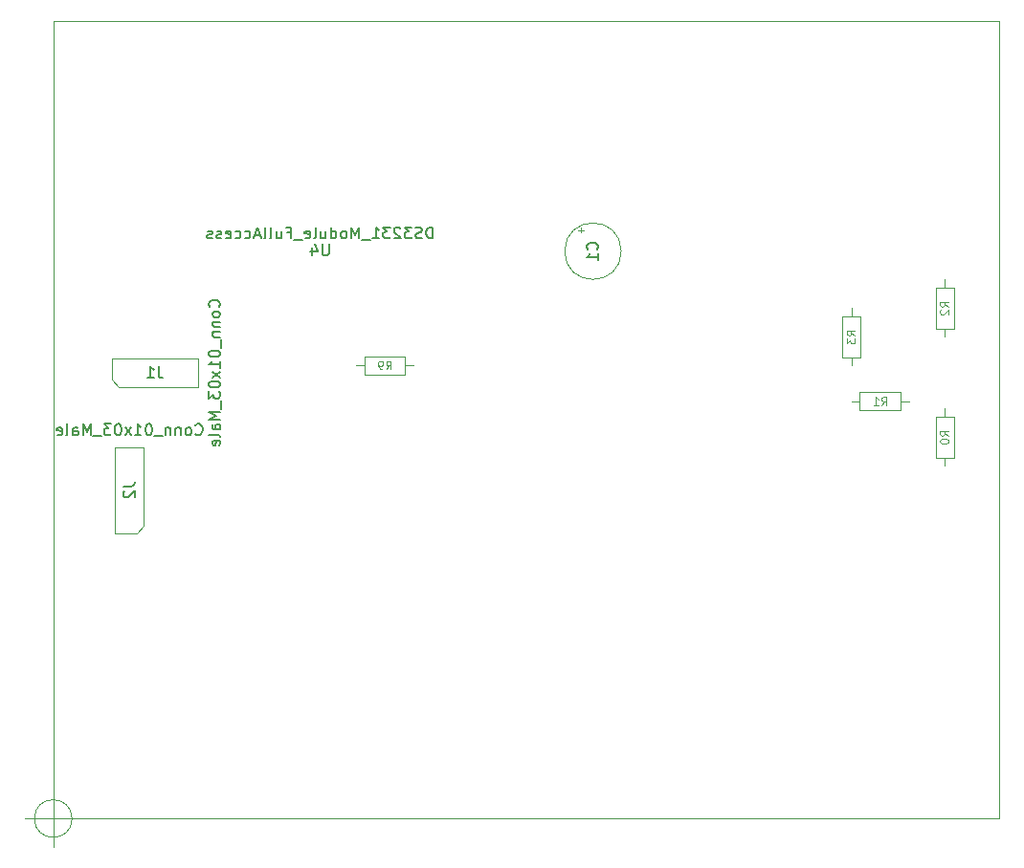
<source format=gbr>
%TF.GenerationSoftware,KiCad,Pcbnew,(6.0.4)*%
%TF.CreationDate,2023-07-18T11:50:37+07:00*%
%TF.ProjectId,05-Prototype-UpdatedComponents,30352d50-726f-4746-9f74-7970652d5570,rev?*%
%TF.SameCoordinates,PX82af528PY8a31af8*%
%TF.FileFunction,AssemblyDrawing,Bot*%
%FSLAX46Y46*%
G04 Gerber Fmt 4.6, Leading zero omitted, Abs format (unit mm)*
G04 Created by KiCad (PCBNEW (6.0.4)) date 2023-07-18 11:50:37*
%MOMM*%
%LPD*%
G01*
G04 APERTURE LIST*
%TA.AperFunction,Profile*%
%ADD10C,0.100000*%
%TD*%
%ADD11C,0.150000*%
%ADD12C,0.108000*%
%ADD13C,0.100000*%
G04 APERTURE END LIST*
D10*
X1666666Y0D02*
G75*
G03*
X1666666Y0I-1666666J0D01*
G01*
X-2500000Y0D02*
X2500000Y0D01*
X0Y2500000D02*
X0Y-2500000D01*
X0Y0D02*
X83693000Y0D01*
X83693000Y0D02*
X83693000Y70612000D01*
X83693000Y70612000D02*
X0Y70612000D01*
X0Y70612000D02*
X0Y0D01*
D11*
%TO.C,J2*%
X12589333Y34050858D02*
X12636952Y34003239D01*
X12779809Y33955620D01*
X12875047Y33955620D01*
X13017904Y34003239D01*
X13113142Y34098477D01*
X13160761Y34193715D01*
X13208380Y34384191D01*
X13208380Y34527048D01*
X13160761Y34717524D01*
X13113142Y34812762D01*
X13017904Y34908000D01*
X12875047Y34955620D01*
X12779809Y34955620D01*
X12636952Y34908000D01*
X12589333Y34860381D01*
X12017904Y33955620D02*
X12113142Y34003239D01*
X12160761Y34050858D01*
X12208380Y34146096D01*
X12208380Y34431810D01*
X12160761Y34527048D01*
X12113142Y34574667D01*
X12017904Y34622286D01*
X11875047Y34622286D01*
X11779809Y34574667D01*
X11732190Y34527048D01*
X11684571Y34431810D01*
X11684571Y34146096D01*
X11732190Y34050858D01*
X11779809Y34003239D01*
X11875047Y33955620D01*
X12017904Y33955620D01*
X11256000Y34622286D02*
X11256000Y33955620D01*
X11256000Y34527048D02*
X11208380Y34574667D01*
X11113142Y34622286D01*
X10970285Y34622286D01*
X10875047Y34574667D01*
X10827428Y34479429D01*
X10827428Y33955620D01*
X10351238Y34622286D02*
X10351238Y33955620D01*
X10351238Y34527048D02*
X10303619Y34574667D01*
X10208380Y34622286D01*
X10065523Y34622286D01*
X9970285Y34574667D01*
X9922666Y34479429D01*
X9922666Y33955620D01*
X9684571Y33860381D02*
X8922666Y33860381D01*
X8494095Y34955620D02*
X8398857Y34955620D01*
X8303619Y34908000D01*
X8256000Y34860381D01*
X8208380Y34765143D01*
X8160761Y34574667D01*
X8160761Y34336572D01*
X8208380Y34146096D01*
X8256000Y34050858D01*
X8303619Y34003239D01*
X8398857Y33955620D01*
X8494095Y33955620D01*
X8589333Y34003239D01*
X8636952Y34050858D01*
X8684571Y34146096D01*
X8732190Y34336572D01*
X8732190Y34574667D01*
X8684571Y34765143D01*
X8636952Y34860381D01*
X8589333Y34908000D01*
X8494095Y34955620D01*
X7208380Y33955620D02*
X7779809Y33955620D01*
X7494095Y33955620D02*
X7494095Y34955620D01*
X7589333Y34812762D01*
X7684571Y34717524D01*
X7779809Y34669905D01*
X6875047Y33955620D02*
X6351238Y34622286D01*
X6875047Y34622286D02*
X6351238Y33955620D01*
X5779809Y34955620D02*
X5684571Y34955620D01*
X5589333Y34908000D01*
X5541714Y34860381D01*
X5494095Y34765143D01*
X5446476Y34574667D01*
X5446476Y34336572D01*
X5494095Y34146096D01*
X5541714Y34050858D01*
X5589333Y34003239D01*
X5684571Y33955620D01*
X5779809Y33955620D01*
X5875047Y34003239D01*
X5922666Y34050858D01*
X5970285Y34146096D01*
X6017904Y34336572D01*
X6017904Y34574667D01*
X5970285Y34765143D01*
X5922666Y34860381D01*
X5875047Y34908000D01*
X5779809Y34955620D01*
X5113142Y34955620D02*
X4494095Y34955620D01*
X4827428Y34574667D01*
X4684571Y34574667D01*
X4589333Y34527048D01*
X4541714Y34479429D01*
X4494095Y34384191D01*
X4494095Y34146096D01*
X4541714Y34050858D01*
X4589333Y34003239D01*
X4684571Y33955620D01*
X4970285Y33955620D01*
X5065523Y34003239D01*
X5113142Y34050858D01*
X4303619Y33860381D02*
X3541714Y33860381D01*
X3303619Y33955620D02*
X3303619Y34955620D01*
X2970285Y34241334D01*
X2636952Y34955620D01*
X2636952Y33955620D01*
X1732190Y33955620D02*
X1732190Y34479429D01*
X1779809Y34574667D01*
X1875047Y34622286D01*
X2065523Y34622286D01*
X2160761Y34574667D01*
X1732190Y34003239D02*
X1827428Y33955620D01*
X2065523Y33955620D01*
X2160761Y34003239D01*
X2208380Y34098477D01*
X2208380Y34193715D01*
X2160761Y34288953D01*
X2065523Y34336572D01*
X1827428Y34336572D01*
X1732190Y34384191D01*
X1113142Y33955620D02*
X1208380Y34003239D01*
X1256000Y34098477D01*
X1256000Y34955620D01*
X351238Y34003239D02*
X446476Y33955620D01*
X636952Y33955620D01*
X732190Y34003239D01*
X779809Y34098477D01*
X779809Y34479429D01*
X732190Y34574667D01*
X636952Y34622286D01*
X446476Y34622286D01*
X351238Y34574667D01*
X303619Y34479429D01*
X303619Y34384191D01*
X779809Y34288953D01*
X6208380Y29431334D02*
X6922666Y29431334D01*
X7065523Y29478953D01*
X7160761Y29574191D01*
X7208380Y29717048D01*
X7208380Y29812286D01*
X6303619Y29002762D02*
X6256000Y28955143D01*
X6208380Y28859905D01*
X6208380Y28621810D01*
X6256000Y28526572D01*
X6303619Y28478953D01*
X6398857Y28431334D01*
X6494095Y28431334D01*
X6636952Y28478953D01*
X7208380Y29050381D01*
X7208380Y28431334D01*
%TO.C,J1*%
X14659142Y45315334D02*
X14706761Y45362953D01*
X14754380Y45505810D01*
X14754380Y45601048D01*
X14706761Y45743905D01*
X14611523Y45839143D01*
X14516285Y45886762D01*
X14325809Y45934381D01*
X14182952Y45934381D01*
X13992476Y45886762D01*
X13897238Y45839143D01*
X13802000Y45743905D01*
X13754380Y45601048D01*
X13754380Y45505810D01*
X13802000Y45362953D01*
X13849619Y45315334D01*
X14754380Y44743905D02*
X14706761Y44839143D01*
X14659142Y44886762D01*
X14563904Y44934381D01*
X14278190Y44934381D01*
X14182952Y44886762D01*
X14135333Y44839143D01*
X14087714Y44743905D01*
X14087714Y44601048D01*
X14135333Y44505810D01*
X14182952Y44458191D01*
X14278190Y44410572D01*
X14563904Y44410572D01*
X14659142Y44458191D01*
X14706761Y44505810D01*
X14754380Y44601048D01*
X14754380Y44743905D01*
X14087714Y43982000D02*
X14754380Y43982000D01*
X14182952Y43982000D02*
X14135333Y43934381D01*
X14087714Y43839143D01*
X14087714Y43696286D01*
X14135333Y43601048D01*
X14230571Y43553429D01*
X14754380Y43553429D01*
X14087714Y43077239D02*
X14754380Y43077239D01*
X14182952Y43077239D02*
X14135333Y43029620D01*
X14087714Y42934381D01*
X14087714Y42791524D01*
X14135333Y42696286D01*
X14230571Y42648667D01*
X14754380Y42648667D01*
X14849619Y42410572D02*
X14849619Y41648667D01*
X13754380Y41220096D02*
X13754380Y41124858D01*
X13802000Y41029620D01*
X13849619Y40982000D01*
X13944857Y40934381D01*
X14135333Y40886762D01*
X14373428Y40886762D01*
X14563904Y40934381D01*
X14659142Y40982000D01*
X14706761Y41029620D01*
X14754380Y41124858D01*
X14754380Y41220096D01*
X14706761Y41315334D01*
X14659142Y41362953D01*
X14563904Y41410572D01*
X14373428Y41458191D01*
X14135333Y41458191D01*
X13944857Y41410572D01*
X13849619Y41362953D01*
X13802000Y41315334D01*
X13754380Y41220096D01*
X14754380Y39934381D02*
X14754380Y40505810D01*
X14754380Y40220096D02*
X13754380Y40220096D01*
X13897238Y40315334D01*
X13992476Y40410572D01*
X14040095Y40505810D01*
X14754380Y39601048D02*
X14087714Y39077239D01*
X14087714Y39601048D02*
X14754380Y39077239D01*
X13754380Y38505810D02*
X13754380Y38410572D01*
X13802000Y38315334D01*
X13849619Y38267715D01*
X13944857Y38220096D01*
X14135333Y38172477D01*
X14373428Y38172477D01*
X14563904Y38220096D01*
X14659142Y38267715D01*
X14706761Y38315334D01*
X14754380Y38410572D01*
X14754380Y38505810D01*
X14706761Y38601048D01*
X14659142Y38648667D01*
X14563904Y38696286D01*
X14373428Y38743905D01*
X14135333Y38743905D01*
X13944857Y38696286D01*
X13849619Y38648667D01*
X13802000Y38601048D01*
X13754380Y38505810D01*
X13754380Y37839143D02*
X13754380Y37220096D01*
X14135333Y37553429D01*
X14135333Y37410572D01*
X14182952Y37315334D01*
X14230571Y37267715D01*
X14325809Y37220096D01*
X14563904Y37220096D01*
X14659142Y37267715D01*
X14706761Y37315334D01*
X14754380Y37410572D01*
X14754380Y37696286D01*
X14706761Y37791524D01*
X14659142Y37839143D01*
X14849619Y37029620D02*
X14849619Y36267715D01*
X14754380Y36029620D02*
X13754380Y36029620D01*
X14468666Y35696286D01*
X13754380Y35362953D01*
X14754380Y35362953D01*
X14754380Y34458191D02*
X14230571Y34458191D01*
X14135333Y34505810D01*
X14087714Y34601048D01*
X14087714Y34791524D01*
X14135333Y34886762D01*
X14706761Y34458191D02*
X14754380Y34553429D01*
X14754380Y34791524D01*
X14706761Y34886762D01*
X14611523Y34934381D01*
X14516285Y34934381D01*
X14421047Y34886762D01*
X14373428Y34791524D01*
X14373428Y34553429D01*
X14325809Y34458191D01*
X14754380Y33839143D02*
X14706761Y33934381D01*
X14611523Y33982000D01*
X13754380Y33982000D01*
X14706761Y33077239D02*
X14754380Y33172477D01*
X14754380Y33362953D01*
X14706761Y33458191D01*
X14611523Y33505810D01*
X14230571Y33505810D01*
X14135333Y33458191D01*
X14087714Y33362953D01*
X14087714Y33172477D01*
X14135333Y33077239D01*
X14230571Y33029620D01*
X14325809Y33029620D01*
X14421047Y33505810D01*
X9325333Y40029620D02*
X9325333Y39315334D01*
X9372952Y39172477D01*
X9468190Y39077239D01*
X9611047Y39029620D01*
X9706285Y39029620D01*
X8325333Y39029620D02*
X8896761Y39029620D01*
X8611047Y39029620D02*
X8611047Y40029620D01*
X8706285Y39886762D01*
X8801523Y39791524D01*
X8896761Y39743905D01*
%TO.C,U4*%
X33574380Y51379620D02*
X33574380Y52379620D01*
X33336285Y52379620D01*
X33193428Y52332000D01*
X33098190Y52236762D01*
X33050571Y52141524D01*
X33002952Y51951048D01*
X33002952Y51808191D01*
X33050571Y51617715D01*
X33098190Y51522477D01*
X33193428Y51427239D01*
X33336285Y51379620D01*
X33574380Y51379620D01*
X32622000Y51427239D02*
X32479142Y51379620D01*
X32241047Y51379620D01*
X32145809Y51427239D01*
X32098190Y51474858D01*
X32050571Y51570096D01*
X32050571Y51665334D01*
X32098190Y51760572D01*
X32145809Y51808191D01*
X32241047Y51855810D01*
X32431523Y51903429D01*
X32526761Y51951048D01*
X32574380Y51998667D01*
X32622000Y52093905D01*
X32622000Y52189143D01*
X32574380Y52284381D01*
X32526761Y52332000D01*
X32431523Y52379620D01*
X32193428Y52379620D01*
X32050571Y52332000D01*
X31717238Y52379620D02*
X31098190Y52379620D01*
X31431523Y51998667D01*
X31288666Y51998667D01*
X31193428Y51951048D01*
X31145809Y51903429D01*
X31098190Y51808191D01*
X31098190Y51570096D01*
X31145809Y51474858D01*
X31193428Y51427239D01*
X31288666Y51379620D01*
X31574380Y51379620D01*
X31669619Y51427239D01*
X31717238Y51474858D01*
X30717238Y52284381D02*
X30669619Y52332000D01*
X30574380Y52379620D01*
X30336285Y52379620D01*
X30241047Y52332000D01*
X30193428Y52284381D01*
X30145809Y52189143D01*
X30145809Y52093905D01*
X30193428Y51951048D01*
X30764857Y51379620D01*
X30145809Y51379620D01*
X29812476Y52379620D02*
X29193428Y52379620D01*
X29526761Y51998667D01*
X29383904Y51998667D01*
X29288666Y51951048D01*
X29241047Y51903429D01*
X29193428Y51808191D01*
X29193428Y51570096D01*
X29241047Y51474858D01*
X29288666Y51427239D01*
X29383904Y51379620D01*
X29669619Y51379620D01*
X29764857Y51427239D01*
X29812476Y51474858D01*
X28241047Y51379620D02*
X28812476Y51379620D01*
X28526761Y51379620D02*
X28526761Y52379620D01*
X28622000Y52236762D01*
X28717238Y52141524D01*
X28812476Y52093905D01*
X28050571Y51284381D02*
X27288666Y51284381D01*
X27050571Y51379620D02*
X27050571Y52379620D01*
X26717238Y51665334D01*
X26383904Y52379620D01*
X26383904Y51379620D01*
X25764857Y51379620D02*
X25860095Y51427239D01*
X25907714Y51474858D01*
X25955333Y51570096D01*
X25955333Y51855810D01*
X25907714Y51951048D01*
X25860095Y51998667D01*
X25764857Y52046286D01*
X25622000Y52046286D01*
X25526761Y51998667D01*
X25479142Y51951048D01*
X25431523Y51855810D01*
X25431523Y51570096D01*
X25479142Y51474858D01*
X25526761Y51427239D01*
X25622000Y51379620D01*
X25764857Y51379620D01*
X24574380Y51379620D02*
X24574380Y52379620D01*
X24574380Y51427239D02*
X24669619Y51379620D01*
X24860095Y51379620D01*
X24955333Y51427239D01*
X25002952Y51474858D01*
X25050571Y51570096D01*
X25050571Y51855810D01*
X25002952Y51951048D01*
X24955333Y51998667D01*
X24860095Y52046286D01*
X24669619Y52046286D01*
X24574380Y51998667D01*
X23669619Y52046286D02*
X23669619Y51379620D01*
X24098190Y52046286D02*
X24098190Y51522477D01*
X24050571Y51427239D01*
X23955333Y51379620D01*
X23812476Y51379620D01*
X23717238Y51427239D01*
X23669619Y51474858D01*
X23050571Y51379620D02*
X23145809Y51427239D01*
X23193428Y51522477D01*
X23193428Y52379620D01*
X22288666Y51427239D02*
X22383904Y51379620D01*
X22574380Y51379620D01*
X22669619Y51427239D01*
X22717238Y51522477D01*
X22717238Y51903429D01*
X22669619Y51998667D01*
X22574380Y52046286D01*
X22383904Y52046286D01*
X22288666Y51998667D01*
X22241047Y51903429D01*
X22241047Y51808191D01*
X22717238Y51712953D01*
X22050571Y51284381D02*
X21288666Y51284381D01*
X20717238Y51903429D02*
X21050571Y51903429D01*
X21050571Y51379620D02*
X21050571Y52379620D01*
X20574380Y52379620D01*
X19764857Y52046286D02*
X19764857Y51379620D01*
X20193428Y52046286D02*
X20193428Y51522477D01*
X20145809Y51427239D01*
X20050571Y51379620D01*
X19907714Y51379620D01*
X19812476Y51427239D01*
X19764857Y51474858D01*
X19145809Y51379620D02*
X19241047Y51427239D01*
X19288666Y51522477D01*
X19288666Y52379620D01*
X18622000Y51379620D02*
X18717238Y51427239D01*
X18764857Y51522477D01*
X18764857Y52379620D01*
X18288666Y51665334D02*
X17812476Y51665334D01*
X18383904Y51379620D02*
X18050571Y52379620D01*
X17717238Y51379620D01*
X16955333Y51427239D02*
X17050571Y51379620D01*
X17241047Y51379620D01*
X17336285Y51427239D01*
X17383904Y51474858D01*
X17431523Y51570096D01*
X17431523Y51855810D01*
X17383904Y51951048D01*
X17336285Y51998667D01*
X17241047Y52046286D01*
X17050571Y52046286D01*
X16955333Y51998667D01*
X16098190Y51427239D02*
X16193428Y51379620D01*
X16383904Y51379620D01*
X16479142Y51427239D01*
X16526761Y51474858D01*
X16574380Y51570096D01*
X16574380Y51855810D01*
X16526761Y51951048D01*
X16479142Y51998667D01*
X16383904Y52046286D01*
X16193428Y52046286D01*
X16098190Y51998667D01*
X15288666Y51427239D02*
X15383904Y51379620D01*
X15574380Y51379620D01*
X15669619Y51427239D01*
X15717238Y51522477D01*
X15717238Y51903429D01*
X15669619Y51998667D01*
X15574380Y52046286D01*
X15383904Y52046286D01*
X15288666Y51998667D01*
X15241047Y51903429D01*
X15241047Y51808191D01*
X15717238Y51712953D01*
X14860095Y51427239D02*
X14764857Y51379620D01*
X14574380Y51379620D01*
X14479142Y51427239D01*
X14431523Y51522477D01*
X14431523Y51570096D01*
X14479142Y51665334D01*
X14574380Y51712953D01*
X14717238Y51712953D01*
X14812476Y51760572D01*
X14860095Y51855810D01*
X14860095Y51903429D01*
X14812476Y51998667D01*
X14717238Y52046286D01*
X14574380Y52046286D01*
X14479142Y51998667D01*
X14050571Y51427239D02*
X13955333Y51379620D01*
X13764857Y51379620D01*
X13669619Y51427239D01*
X13622000Y51522477D01*
X13622000Y51570096D01*
X13669619Y51665334D01*
X13764857Y51712953D01*
X13907714Y51712953D01*
X14002952Y51760572D01*
X14050571Y51855810D01*
X14050571Y51903429D01*
X14002952Y51998667D01*
X13907714Y52046286D01*
X13764857Y52046286D01*
X13669619Y51998667D01*
X24383904Y50879620D02*
X24383904Y50070096D01*
X24336285Y49974858D01*
X24288666Y49927239D01*
X24193428Y49879620D01*
X24002952Y49879620D01*
X23907714Y49927239D01*
X23860095Y49974858D01*
X23812476Y50070096D01*
X23812476Y50879620D01*
X22907714Y50546286D02*
X22907714Y49879620D01*
X23145809Y50927239D02*
X23383904Y50212953D01*
X22764857Y50212953D01*
%TO.C,C1*%
X48109142Y50413779D02*
X48156761Y50461398D01*
X48204380Y50604255D01*
X48204380Y50699493D01*
X48156761Y50842351D01*
X48061523Y50937589D01*
X47966285Y50985208D01*
X47775809Y51032827D01*
X47632952Y51032827D01*
X47442476Y50985208D01*
X47347238Y50937589D01*
X47252000Y50842351D01*
X47204380Y50699493D01*
X47204380Y50604255D01*
X47252000Y50461398D01*
X47299619Y50413779D01*
X48204380Y49461398D02*
X48204380Y50032827D01*
X48204380Y49747112D02*
X47204380Y49747112D01*
X47347238Y49842351D01*
X47442476Y49937589D01*
X47490095Y50032827D01*
D12*
%TO.C,R3*%
X70937714Y42792000D02*
X70594857Y43032000D01*
X70937714Y43203429D02*
X70217714Y43203429D01*
X70217714Y42929143D01*
X70252000Y42860572D01*
X70286285Y42826286D01*
X70354857Y42792000D01*
X70457714Y42792000D01*
X70526285Y42826286D01*
X70560571Y42860572D01*
X70594857Y42929143D01*
X70594857Y43203429D01*
X70217714Y42552000D02*
X70217714Y42106286D01*
X70492000Y42346286D01*
X70492000Y42243429D01*
X70526285Y42174858D01*
X70560571Y42140572D01*
X70629142Y42106286D01*
X70800571Y42106286D01*
X70869142Y42140572D01*
X70903428Y42174858D01*
X70937714Y42243429D01*
X70937714Y42449143D01*
X70903428Y42517715D01*
X70869142Y42552000D01*
%TO.C,R1*%
X73272000Y36631286D02*
X73512000Y36974143D01*
X73683428Y36631286D02*
X73683428Y37351286D01*
X73409142Y37351286D01*
X73340571Y37317000D01*
X73306285Y37282715D01*
X73272000Y37214143D01*
X73272000Y37111286D01*
X73306285Y37042715D01*
X73340571Y37008429D01*
X73409142Y36974143D01*
X73683428Y36974143D01*
X72586285Y36631286D02*
X72997714Y36631286D01*
X72792000Y36631286D02*
X72792000Y37351286D01*
X72860571Y37248429D01*
X72929142Y37179858D01*
X72997714Y37145572D01*
%TO.C,R9*%
X29457000Y39806286D02*
X29697000Y40149143D01*
X29868428Y39806286D02*
X29868428Y40526286D01*
X29594142Y40526286D01*
X29525571Y40492000D01*
X29491285Y40457715D01*
X29457000Y40389143D01*
X29457000Y40286286D01*
X29491285Y40217715D01*
X29525571Y40183429D01*
X29594142Y40149143D01*
X29868428Y40149143D01*
X29114142Y39806286D02*
X28977000Y39806286D01*
X28908428Y39840572D01*
X28874142Y39874858D01*
X28805571Y39977715D01*
X28771285Y40114858D01*
X28771285Y40389143D01*
X28805571Y40457715D01*
X28839857Y40492000D01*
X28908428Y40526286D01*
X29045571Y40526286D01*
X29114142Y40492000D01*
X29148428Y40457715D01*
X29182714Y40389143D01*
X29182714Y40217715D01*
X29148428Y40149143D01*
X29114142Y40114858D01*
X29045571Y40080572D01*
X28908428Y40080572D01*
X28839857Y40114858D01*
X28805571Y40149143D01*
X28771285Y40217715D01*
%TO.C,R0*%
X79192714Y33902000D02*
X78849857Y34142000D01*
X79192714Y34313429D02*
X78472714Y34313429D01*
X78472714Y34039143D01*
X78507000Y33970572D01*
X78541285Y33936286D01*
X78609857Y33902000D01*
X78712714Y33902000D01*
X78781285Y33936286D01*
X78815571Y33970572D01*
X78849857Y34039143D01*
X78849857Y34313429D01*
X78472714Y33456286D02*
X78472714Y33387715D01*
X78507000Y33319143D01*
X78541285Y33284858D01*
X78609857Y33250572D01*
X78747000Y33216286D01*
X78918428Y33216286D01*
X79055571Y33250572D01*
X79124142Y33284858D01*
X79158428Y33319143D01*
X79192714Y33387715D01*
X79192714Y33456286D01*
X79158428Y33524858D01*
X79124142Y33559143D01*
X79055571Y33593429D01*
X78918428Y33627715D01*
X78747000Y33627715D01*
X78609857Y33593429D01*
X78541285Y33559143D01*
X78507000Y33524858D01*
X78472714Y33456286D01*
%TO.C,R2*%
X79192714Y45332000D02*
X78849857Y45572000D01*
X79192714Y45743429D02*
X78472714Y45743429D01*
X78472714Y45469143D01*
X78507000Y45400572D01*
X78541285Y45366286D01*
X78609857Y45332000D01*
X78712714Y45332000D01*
X78781285Y45366286D01*
X78815571Y45400572D01*
X78849857Y45469143D01*
X78849857Y45743429D01*
X78541285Y45057715D02*
X78507000Y45023429D01*
X78472714Y44954858D01*
X78472714Y44783429D01*
X78507000Y44714858D01*
X78541285Y44680572D01*
X78609857Y44646286D01*
X78678428Y44646286D01*
X78781285Y44680572D01*
X79192714Y45092000D01*
X79192714Y44646286D01*
D13*
%TO.C,J2*%
X5486000Y32908000D02*
X5486000Y25288000D01*
X8026000Y32908000D02*
X5486000Y32908000D01*
X5486000Y25288000D02*
X7391000Y25288000D01*
X8026000Y25923000D02*
X8026000Y32908000D01*
X7391000Y25288000D02*
X8026000Y25923000D01*
%TO.C,J1*%
X12802000Y38212000D02*
X12802000Y40752000D01*
X5817000Y38212000D02*
X12802000Y38212000D01*
X12802000Y40752000D02*
X5182000Y40752000D01*
X5182000Y38847000D02*
X5817000Y38212000D01*
X5182000Y40752000D02*
X5182000Y38847000D01*
%TO.C,C1*%
X50252000Y50247112D02*
G75*
G03*
X50252000Y50247112I-2500000J0D01*
G01*
X46664500Y52380717D02*
X46664500Y51880717D01*
X46414500Y52130717D02*
X46914500Y52130717D01*
%TO.C,R3*%
X71412000Y44472000D02*
X71412000Y40872000D01*
X70612000Y45212000D02*
X70612000Y44472000D01*
X69812000Y44472000D02*
X71412000Y44472000D01*
X71412000Y40872000D02*
X69812000Y40872000D01*
X69812000Y40872000D02*
X69812000Y44472000D01*
X70612000Y40132000D02*
X70612000Y40872000D01*
%TO.C,R1*%
X74952000Y36157000D02*
X71352000Y36157000D01*
X71352000Y36157000D02*
X71352000Y37757000D01*
X74952000Y37757000D02*
X74952000Y36157000D01*
X75692000Y36957000D02*
X74952000Y36957000D01*
X71352000Y37757000D02*
X74952000Y37757000D01*
X70612000Y36957000D02*
X71352000Y36957000D01*
%TO.C,R9*%
X31137000Y39332000D02*
X27537000Y39332000D01*
X31137000Y40932000D02*
X31137000Y39332000D01*
X26797000Y40132000D02*
X27537000Y40132000D01*
X27537000Y40932000D02*
X31137000Y40932000D01*
X27537000Y39332000D02*
X27537000Y40932000D01*
X31877000Y40132000D02*
X31137000Y40132000D01*
%TO.C,R0*%
X78067000Y31982000D02*
X78067000Y35582000D01*
X78867000Y36322000D02*
X78867000Y35582000D01*
X79667000Y35582000D02*
X79667000Y31982000D01*
X78067000Y35582000D02*
X79667000Y35582000D01*
X78867000Y31242000D02*
X78867000Y31982000D01*
X79667000Y31982000D02*
X78067000Y31982000D01*
%TO.C,R2*%
X78867000Y47752000D02*
X78867000Y47012000D01*
X78067000Y47012000D02*
X79667000Y47012000D01*
X79667000Y43412000D02*
X78067000Y43412000D01*
X78867000Y42672000D02*
X78867000Y43412000D01*
X79667000Y47012000D02*
X79667000Y43412000D01*
X78067000Y43412000D02*
X78067000Y47012000D01*
%TD*%
M02*

</source>
